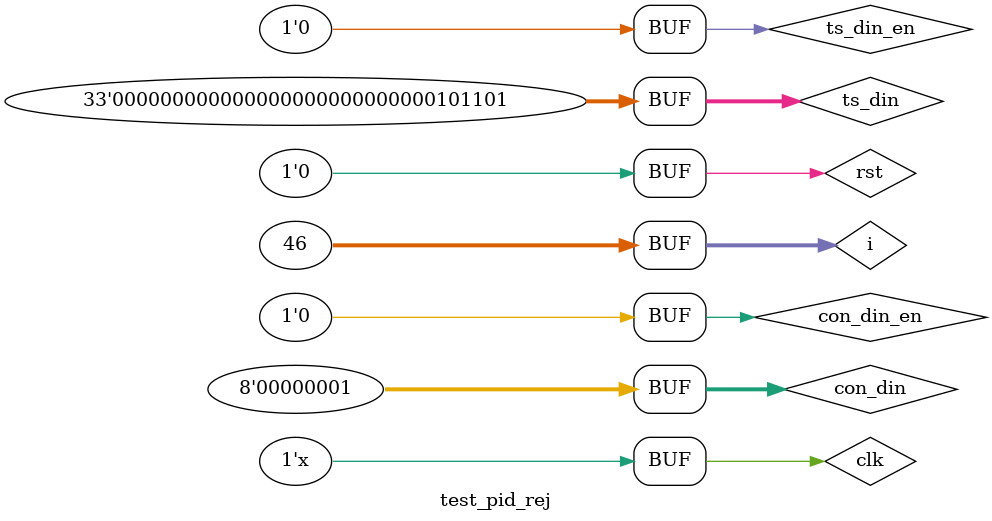
<source format=v>
`timescale 1ns / 1ps


module test_pid_rej;

	// Inputs
	reg clk;
	reg rst;
	reg [32:0] ts_din;
	reg ts_din_en;
	reg [7:0] con_din;
	reg con_din_en;

	// Outputs
	wire [32:0] ts_dout;
	wire ts_dout_en;
	wire [15:0] rate_dout;
	wire rate_dout_en;

	// Instantiate the Unit Under Test (UUT)
	mux_pid_rej uut (
		.clk(clk), 
		.rst(rst), 
		.ts_din(ts_din), 
		.ts_din_en(ts_din_en), 
		.con_din(con_din), 
		.con_din_en(con_din_en), 
		.ts_dout(ts_dout), 
		.ts_dout_en(ts_dout_en), 
		.rate_dout(rate_dout), 
		.rate_dout_en(rate_dout_en)
	);
integer i;
	initial begin
		// Initialize Inputs
		clk = 0;
		rst = 0;
		ts_din = 0;
		ts_din_en = 0;
		con_din = 0;
		con_din_en = 0;

		#3 rst=1;
		#4 rst=0;
		// Wait 100 ns for global reset to finish
		#100;
        con_din_en=1;
        con_din=8'h00;
        #10 con_din=8'h01;
         #10 con_din=8'h00;
          #10 con_din=8'h01;
           #10 con_din=8'h00;
            #10 con_din=8'h01;
             #10 con_din=8'h00;
              #10 con_din=8'h00;
               #10 con_din=8'h00;
                #10 con_din=8'h00;
          #10 con_din=8'h00;
         #10 con_din=8'h03;
         
		 #10 con_din=8'h00;
		  #10 con_din=8'h01;
		  
		   #10 con_din=8'h00;
		  #10 con_din=8'h00;
		   #10 con_din=8'h01;	        
        
         #10 con_din=8'hc0;
          #10 con_din=8'h01;
           #10 con_din=8'h08;
            #10 con_din=8'h01;
            
            #10 con_din=8'h01;
             #10 con_din=8'h01; 
             
             #10 con_din=8'h02;
              #10 con_din=8'h01;
              
              #10 con_din_en=0;
		// Add stimulus here
		
		#100;
		
		#10 ts_din_en=1;
		ts_din	=	33'h100000008;
		#10 ts_din=33'h047400300;
		for(i=0; i<46;i=i+1)
		#10 ts_din=i;
		#10 ts_din_en=0;
			#100;
		
		#10 ts_din_en=1;
		ts_din	=	33'h100000008;
		#10 ts_din=33'h047400300;
		for(i=0; i<46;i=i+1)
		#10 ts_din=i;
		#10 ts_din_en=0;
	end
      always #5 clk=~clk;
endmodule


</source>
